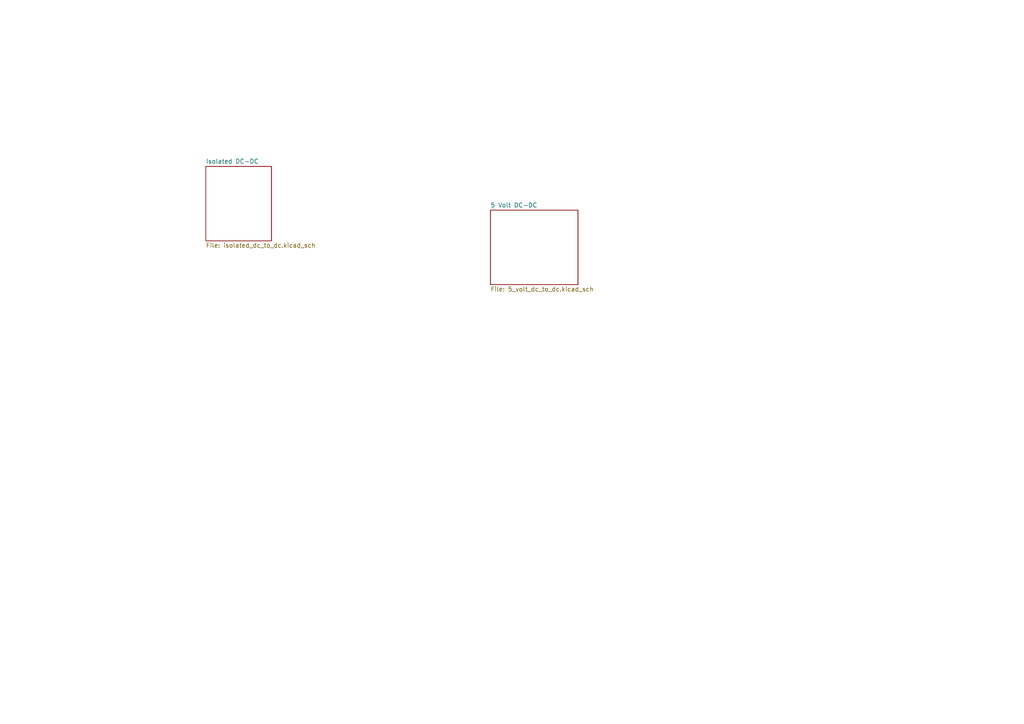
<source format=kicad_sch>
(kicad_sch
	(version 20231120)
	(generator "eeschema")
	(generator_version "8.0")
	(uuid "a4768a02-c961-4971-939f-bbf2bfa51fa3")
	(paper "A4")
	(title_block
		(title "Bidirectional Load Switch")
		(date "2024-09-17")
		(rev "0")
		(company "University of Wisconsin-Platteville")
	)
	(lib_symbols)
	(sheet
		(at 59.69 48.26)
		(size 19.05 21.59)
		(fields_autoplaced yes)
		(stroke
			(width 0.1524)
			(type solid)
		)
		(fill
			(color 0 0 0 0.0000)
		)
		(uuid "64dc0b5a-21d5-4edc-b6c2-a4fad2cceb53")
		(property "Sheetname" "Isolated DC-DC"
			(at 59.69 47.5484 0)
			(effects
				(font
					(size 1.27 1.27)
				)
				(justify left bottom)
			)
		)
		(property "Sheetfile" "isolated_dc_to_dc.kicad_sch"
			(at 59.69 70.4346 0)
			(effects
				(font
					(size 1.27 1.27)
				)
				(justify left top)
			)
		)
		(instances
			(project "power_supply"
				(path "/a4768a02-c961-4971-939f-bbf2bfa51fa3"
					(page "2")
				)
			)
		)
	)
	(sheet
		(at 142.24 60.96)
		(size 25.4 21.59)
		(fields_autoplaced yes)
		(stroke
			(width 0.1524)
			(type solid)
		)
		(fill
			(color 0 0 0 0.0000)
		)
		(uuid "ddbdefe5-bf32-4636-87af-c8b1cd1d170c")
		(property "Sheetname" "5 Volt DC-DC"
			(at 142.24 60.2484 0)
			(effects
				(font
					(size 1.27 1.27)
				)
				(justify left bottom)
			)
		)
		(property "Sheetfile" "5_volt_dc_to_dc.kicad_sch"
			(at 142.24 83.1346 0)
			(effects
				(font
					(size 1.27 1.27)
				)
				(justify left top)
			)
		)
		(instances
			(project "power_supply"
				(path "/a4768a02-c961-4971-939f-bbf2bfa51fa3"
					(page "3")
				)
			)
		)
	)
	(sheet_instances
		(path "/"
			(page "1")
		)
	)
)

</source>
